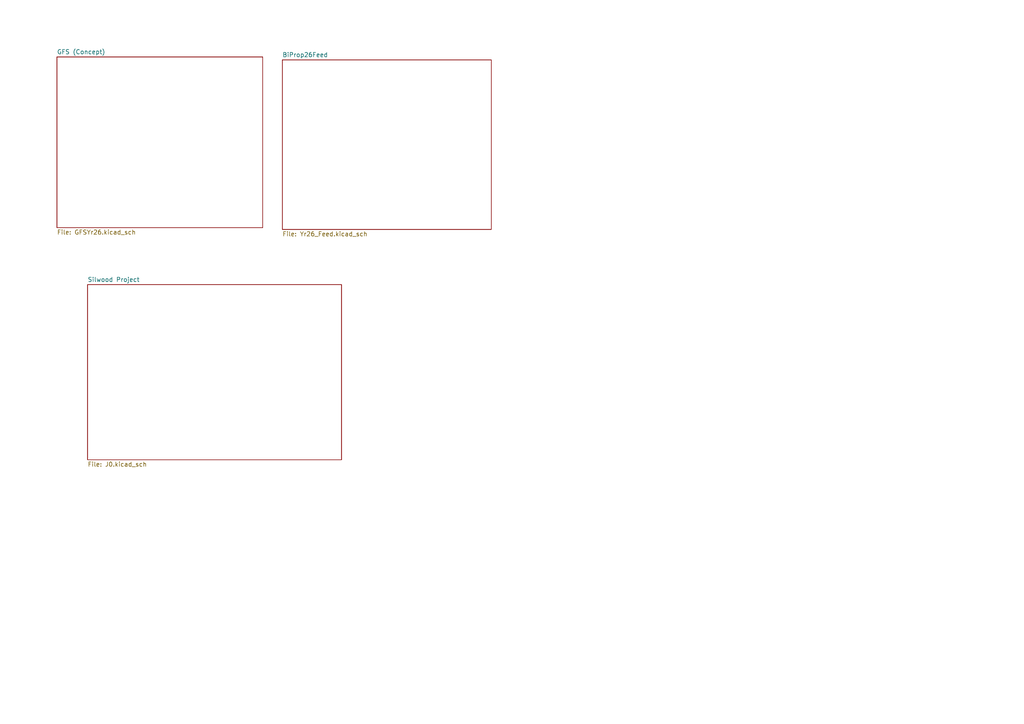
<source format=kicad_sch>
(kicad_sch
	(version 20250114)
	(generator "eeschema")
	(generator_version "9.0")
	(uuid "5da82324-7f9c-4ed0-9e7d-b6fd3c1481a8")
	(paper "A4")
	(lib_symbols)
	(sheet
		(at 16.51 16.51)
		(size 59.69 49.53)
		(exclude_from_sim no)
		(in_bom yes)
		(on_board yes)
		(dnp no)
		(fields_autoplaced yes)
		(stroke
			(width 0.1524)
			(type solid)
		)
		(fill
			(color 0 0 0 0.0000)
		)
		(uuid "0af49a0b-311a-4e5f-a192-08c30979a0d0")
		(property "Sheetname" "GFS (Concept)"
			(at 16.51 15.7984 0)
			(effects
				(font
					(size 1.27 1.27)
				)
				(justify left bottom)
			)
		)
		(property "Sheetfile" "GFSYr26.kicad_sch"
			(at 16.51 66.6246 0)
			(effects
				(font
					(size 1.27 1.27)
				)
				(justify left top)
			)
		)
		(instances
			(project "P_IDs"
				(path "/045f1f05-3134-4b6d-91b6-463031104f1e/a0b6300e-76e9-4a18-afd6-e2d656b0d8f9"
					(page "19")
				)
			)
		)
	)
	(sheet
		(at 81.892 17.3601)
		(size 60.602 49.1879)
		(exclude_from_sim no)
		(in_bom yes)
		(on_board yes)
		(dnp no)
		(fields_autoplaced yes)
		(stroke
			(width 0.1524)
			(type solid)
		)
		(fill
			(color 0 0 0 0.0000)
		)
		(uuid "5e26eede-228d-4500-af9a-279d991bb26a")
		(property "Sheetname" "BiProp26Feed"
			(at 81.892 16.6485 0)
			(effects
				(font
					(size 1.27 1.27)
				)
				(justify left bottom)
			)
		)
		(property "Sheetfile" "Yr26_Feed.kicad_sch"
			(at 81.892 67.1326 0)
			(effects
				(font
					(size 1.27 1.27)
				)
				(justify left top)
			)
		)
		(instances
			(project "P_IDs"
				(path "/045f1f05-3134-4b6d-91b6-463031104f1e/a0b6300e-76e9-4a18-afd6-e2d656b0d8f9"
					(page "20")
				)
			)
		)
	)
	(sheet
		(at 25.4 82.55)
		(size 73.66 50.8)
		(exclude_from_sim no)
		(in_bom yes)
		(on_board yes)
		(dnp no)
		(fields_autoplaced yes)
		(stroke
			(width 0.1524)
			(type solid)
		)
		(fill
			(color 0 0 0 0.0000)
		)
		(uuid "b07d6d45-4167-43c1-b075-b17ff7610f69")
		(property "Sheetname" "Silwood Project"
			(at 25.4 81.8384 0)
			(effects
				(font
					(size 1.27 1.27)
				)
				(justify left bottom)
			)
		)
		(property "Sheetfile" "J0.kicad_sch"
			(at 25.4 133.9346 0)
			(effects
				(font
					(size 1.27 1.27)
				)
				(justify left top)
			)
		)
		(instances
			(project "P_IDs"
				(path "/045f1f05-3134-4b6d-91b6-463031104f1e/a0b6300e-76e9-4a18-afd6-e2d656b0d8f9"
					(page "21")
				)
			)
		)
	)
)

</source>
